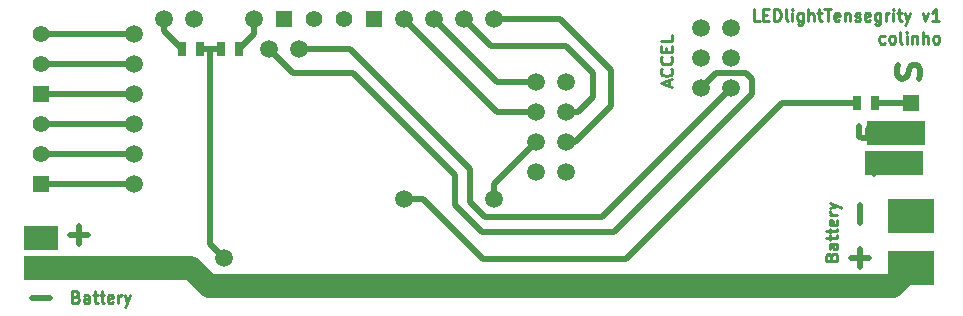
<source format=gtl>
G04 (created by PCBNEW (2013-07-07 BZR 4022)-stable) date 9/2/2014 10:05:09 AM*
%MOIN*%
G04 Gerber Fmt 3.4, Leading zero omitted, Abs format*
%FSLAX34Y34*%
G01*
G70*
G90*
G04 APERTURE LIST*
%ADD10C,0.00590551*%
%ADD11C,0.00984252*%
%ADD12C,0.019685*%
%ADD13R,0.025X0.045*%
%ADD14R,0.055X0.055*%
%ADD15C,0.055*%
%ADD16R,0.19685X0.0787402*%
%ADD17C,0.0590551*%
%ADD18R,0.11811X0.0787402*%
%ADD19R,0.15748X0.11811*%
%ADD20C,0.0787402*%
G04 APERTURE END LIST*
G54D10*
G54D11*
X30446Y-11724D02*
X30446Y-11537D01*
X30559Y-11762D02*
X30165Y-11631D01*
X30559Y-11499D01*
X30521Y-11143D02*
X30540Y-11162D01*
X30559Y-11218D01*
X30559Y-11256D01*
X30540Y-11312D01*
X30503Y-11349D01*
X30465Y-11368D01*
X30390Y-11387D01*
X30334Y-11387D01*
X30259Y-11368D01*
X30221Y-11349D01*
X30184Y-11312D01*
X30165Y-11256D01*
X30165Y-11218D01*
X30184Y-11162D01*
X30203Y-11143D01*
X30521Y-10750D02*
X30540Y-10768D01*
X30559Y-10825D01*
X30559Y-10862D01*
X30540Y-10918D01*
X30503Y-10956D01*
X30465Y-10974D01*
X30390Y-10993D01*
X30334Y-10993D01*
X30259Y-10974D01*
X30221Y-10956D01*
X30184Y-10918D01*
X30165Y-10862D01*
X30165Y-10825D01*
X30184Y-10768D01*
X30203Y-10750D01*
X30353Y-10581D02*
X30353Y-10450D01*
X30559Y-10393D02*
X30559Y-10581D01*
X30165Y-10581D01*
X30165Y-10393D01*
X30559Y-10037D02*
X30559Y-10225D01*
X30165Y-10225D01*
X10684Y-18753D02*
X10740Y-18771D01*
X10759Y-18790D01*
X10778Y-18828D01*
X10778Y-18884D01*
X10759Y-18921D01*
X10740Y-18940D01*
X10703Y-18959D01*
X10553Y-18959D01*
X10553Y-18565D01*
X10684Y-18565D01*
X10721Y-18584D01*
X10740Y-18603D01*
X10759Y-18640D01*
X10759Y-18678D01*
X10740Y-18715D01*
X10721Y-18734D01*
X10684Y-18753D01*
X10553Y-18753D01*
X11115Y-18959D02*
X11115Y-18753D01*
X11096Y-18715D01*
X11059Y-18696D01*
X10984Y-18696D01*
X10946Y-18715D01*
X11115Y-18940D02*
X11078Y-18959D01*
X10984Y-18959D01*
X10946Y-18940D01*
X10928Y-18903D01*
X10928Y-18865D01*
X10946Y-18828D01*
X10984Y-18809D01*
X11078Y-18809D01*
X11115Y-18790D01*
X11246Y-18696D02*
X11396Y-18696D01*
X11303Y-18565D02*
X11303Y-18903D01*
X11321Y-18940D01*
X11359Y-18959D01*
X11396Y-18959D01*
X11471Y-18696D02*
X11621Y-18696D01*
X11528Y-18565D02*
X11528Y-18903D01*
X11546Y-18940D01*
X11584Y-18959D01*
X11621Y-18959D01*
X11903Y-18940D02*
X11865Y-18959D01*
X11790Y-18959D01*
X11753Y-18940D01*
X11734Y-18903D01*
X11734Y-18753D01*
X11753Y-18715D01*
X11790Y-18696D01*
X11865Y-18696D01*
X11903Y-18715D01*
X11921Y-18753D01*
X11921Y-18790D01*
X11734Y-18828D01*
X12090Y-18959D02*
X12090Y-18696D01*
X12090Y-18771D02*
X12109Y-18734D01*
X12128Y-18715D01*
X12165Y-18696D01*
X12203Y-18696D01*
X12296Y-18696D02*
X12390Y-18959D01*
X12484Y-18696D02*
X12390Y-18959D01*
X12353Y-19053D01*
X12334Y-19071D01*
X12296Y-19090D01*
X37634Y-10290D02*
X37596Y-10309D01*
X37521Y-10309D01*
X37484Y-10290D01*
X37465Y-10271D01*
X37447Y-10234D01*
X37447Y-10121D01*
X37465Y-10084D01*
X37484Y-10065D01*
X37521Y-10046D01*
X37596Y-10046D01*
X37634Y-10065D01*
X37859Y-10309D02*
X37821Y-10290D01*
X37803Y-10271D01*
X37784Y-10234D01*
X37784Y-10121D01*
X37803Y-10084D01*
X37821Y-10065D01*
X37859Y-10046D01*
X37915Y-10046D01*
X37953Y-10065D01*
X37971Y-10084D01*
X37990Y-10121D01*
X37990Y-10234D01*
X37971Y-10271D01*
X37953Y-10290D01*
X37915Y-10309D01*
X37859Y-10309D01*
X38215Y-10309D02*
X38178Y-10290D01*
X38159Y-10253D01*
X38159Y-9915D01*
X38365Y-10309D02*
X38365Y-10046D01*
X38365Y-9915D02*
X38346Y-9934D01*
X38365Y-9953D01*
X38384Y-9934D01*
X38365Y-9915D01*
X38365Y-9953D01*
X38553Y-10046D02*
X38553Y-10309D01*
X38553Y-10084D02*
X38571Y-10065D01*
X38609Y-10046D01*
X38665Y-10046D01*
X38703Y-10065D01*
X38721Y-10103D01*
X38721Y-10309D01*
X38909Y-10309D02*
X38909Y-9915D01*
X39078Y-10309D02*
X39078Y-10103D01*
X39059Y-10065D01*
X39021Y-10046D01*
X38965Y-10046D01*
X38928Y-10065D01*
X38909Y-10084D01*
X39321Y-10309D02*
X39284Y-10290D01*
X39265Y-10271D01*
X39246Y-10234D01*
X39246Y-10121D01*
X39265Y-10084D01*
X39284Y-10065D01*
X39321Y-10046D01*
X39378Y-10046D01*
X39415Y-10065D01*
X39434Y-10084D01*
X39453Y-10121D01*
X39453Y-10234D01*
X39434Y-10271D01*
X39415Y-10290D01*
X39378Y-10309D01*
X39321Y-10309D01*
X33462Y-9559D02*
X33275Y-9559D01*
X33275Y-9165D01*
X33594Y-9353D02*
X33725Y-9353D01*
X33781Y-9559D02*
X33594Y-9559D01*
X33594Y-9165D01*
X33781Y-9165D01*
X33950Y-9559D02*
X33950Y-9165D01*
X34044Y-9165D01*
X34100Y-9184D01*
X34137Y-9221D01*
X34156Y-9259D01*
X34175Y-9334D01*
X34175Y-9390D01*
X34156Y-9465D01*
X34137Y-9503D01*
X34100Y-9540D01*
X34044Y-9559D01*
X33950Y-9559D01*
X34400Y-9559D02*
X34362Y-9540D01*
X34344Y-9503D01*
X34344Y-9165D01*
X34550Y-9559D02*
X34550Y-9296D01*
X34550Y-9165D02*
X34531Y-9184D01*
X34550Y-9203D01*
X34568Y-9184D01*
X34550Y-9165D01*
X34550Y-9203D01*
X34906Y-9296D02*
X34906Y-9615D01*
X34887Y-9653D01*
X34868Y-9671D01*
X34831Y-9690D01*
X34775Y-9690D01*
X34737Y-9671D01*
X34906Y-9540D02*
X34868Y-9559D01*
X34793Y-9559D01*
X34756Y-9540D01*
X34737Y-9521D01*
X34718Y-9484D01*
X34718Y-9371D01*
X34737Y-9334D01*
X34756Y-9315D01*
X34793Y-9296D01*
X34868Y-9296D01*
X34906Y-9315D01*
X35093Y-9559D02*
X35093Y-9165D01*
X35262Y-9559D02*
X35262Y-9353D01*
X35243Y-9315D01*
X35206Y-9296D01*
X35150Y-9296D01*
X35112Y-9315D01*
X35093Y-9334D01*
X35393Y-9296D02*
X35543Y-9296D01*
X35450Y-9165D02*
X35450Y-9503D01*
X35468Y-9540D01*
X35506Y-9559D01*
X35543Y-9559D01*
X35618Y-9165D02*
X35843Y-9165D01*
X35731Y-9559D02*
X35731Y-9165D01*
X36125Y-9540D02*
X36087Y-9559D01*
X36012Y-9559D01*
X35975Y-9540D01*
X35956Y-9503D01*
X35956Y-9353D01*
X35975Y-9315D01*
X36012Y-9296D01*
X36087Y-9296D01*
X36125Y-9315D01*
X36143Y-9353D01*
X36143Y-9390D01*
X35956Y-9428D01*
X36312Y-9296D02*
X36312Y-9559D01*
X36312Y-9334D02*
X36331Y-9315D01*
X36368Y-9296D01*
X36424Y-9296D01*
X36462Y-9315D01*
X36481Y-9353D01*
X36481Y-9559D01*
X36649Y-9540D02*
X36687Y-9559D01*
X36762Y-9559D01*
X36799Y-9540D01*
X36818Y-9503D01*
X36818Y-9484D01*
X36799Y-9446D01*
X36762Y-9428D01*
X36706Y-9428D01*
X36668Y-9409D01*
X36649Y-9371D01*
X36649Y-9353D01*
X36668Y-9315D01*
X36706Y-9296D01*
X36762Y-9296D01*
X36799Y-9315D01*
X37137Y-9540D02*
X37099Y-9559D01*
X37024Y-9559D01*
X36987Y-9540D01*
X36968Y-9503D01*
X36968Y-9353D01*
X36987Y-9315D01*
X37024Y-9296D01*
X37099Y-9296D01*
X37137Y-9315D01*
X37156Y-9353D01*
X37156Y-9390D01*
X36968Y-9428D01*
X37493Y-9296D02*
X37493Y-9615D01*
X37474Y-9653D01*
X37456Y-9671D01*
X37418Y-9690D01*
X37362Y-9690D01*
X37324Y-9671D01*
X37493Y-9540D02*
X37456Y-9559D01*
X37381Y-9559D01*
X37343Y-9540D01*
X37324Y-9521D01*
X37306Y-9484D01*
X37306Y-9371D01*
X37324Y-9334D01*
X37343Y-9315D01*
X37381Y-9296D01*
X37456Y-9296D01*
X37493Y-9315D01*
X37681Y-9559D02*
X37681Y-9296D01*
X37681Y-9371D02*
X37699Y-9334D01*
X37718Y-9315D01*
X37756Y-9296D01*
X37793Y-9296D01*
X37924Y-9559D02*
X37924Y-9296D01*
X37924Y-9165D02*
X37906Y-9184D01*
X37924Y-9203D01*
X37943Y-9184D01*
X37924Y-9165D01*
X37924Y-9203D01*
X38056Y-9296D02*
X38206Y-9296D01*
X38112Y-9165D02*
X38112Y-9503D01*
X38131Y-9540D01*
X38168Y-9559D01*
X38206Y-9559D01*
X38299Y-9296D02*
X38393Y-9559D01*
X38487Y-9296D02*
X38393Y-9559D01*
X38355Y-9653D01*
X38337Y-9671D01*
X38299Y-9690D01*
X38899Y-9296D02*
X38993Y-9559D01*
X39087Y-9296D01*
X39443Y-9559D02*
X39218Y-9559D01*
X39330Y-9559D02*
X39330Y-9165D01*
X39293Y-9221D01*
X39255Y-9259D01*
X39218Y-9278D01*
G54D12*
X9799Y-18781D02*
X9200Y-18781D01*
X10768Y-16999D02*
X10768Y-16400D01*
X11068Y-16700D02*
X10468Y-16700D01*
G54D11*
X35853Y-17415D02*
X35871Y-17359D01*
X35890Y-17340D01*
X35928Y-17321D01*
X35984Y-17321D01*
X36021Y-17340D01*
X36040Y-17359D01*
X36059Y-17396D01*
X36059Y-17546D01*
X35665Y-17546D01*
X35665Y-17415D01*
X35684Y-17378D01*
X35703Y-17359D01*
X35740Y-17340D01*
X35778Y-17340D01*
X35815Y-17359D01*
X35834Y-17378D01*
X35853Y-17415D01*
X35853Y-17546D01*
X36059Y-16984D02*
X35853Y-16984D01*
X35815Y-17003D01*
X35796Y-17040D01*
X35796Y-17115D01*
X35815Y-17153D01*
X36040Y-16984D02*
X36059Y-17021D01*
X36059Y-17115D01*
X36040Y-17153D01*
X36003Y-17171D01*
X35965Y-17171D01*
X35928Y-17153D01*
X35909Y-17115D01*
X35909Y-17021D01*
X35890Y-16984D01*
X35796Y-16853D02*
X35796Y-16703D01*
X35665Y-16796D02*
X36003Y-16796D01*
X36040Y-16778D01*
X36059Y-16740D01*
X36059Y-16703D01*
X35796Y-16628D02*
X35796Y-16478D01*
X35665Y-16571D02*
X36003Y-16571D01*
X36040Y-16553D01*
X36059Y-16515D01*
X36059Y-16478D01*
X36040Y-16196D02*
X36059Y-16234D01*
X36059Y-16309D01*
X36040Y-16346D01*
X36003Y-16365D01*
X35853Y-16365D01*
X35815Y-16346D01*
X35796Y-16309D01*
X35796Y-16234D01*
X35815Y-16196D01*
X35853Y-16178D01*
X35890Y-16178D01*
X35928Y-16365D01*
X36059Y-16009D02*
X35796Y-16009D01*
X35871Y-16009D02*
X35834Y-15990D01*
X35815Y-15971D01*
X35796Y-15934D01*
X35796Y-15896D01*
X35796Y-15803D02*
X36059Y-15709D01*
X35796Y-15615D02*
X36059Y-15709D01*
X36153Y-15746D01*
X36171Y-15765D01*
X36190Y-15803D01*
G54D12*
X37268Y-14649D02*
X37268Y-14050D01*
X36818Y-17749D02*
X36818Y-17150D01*
X37118Y-17450D02*
X36518Y-17450D01*
X36818Y-16299D02*
X36818Y-15700D01*
X36781Y-13062D02*
X36781Y-13437D01*
X37156Y-13474D01*
X37118Y-13437D01*
X37081Y-13362D01*
X37081Y-13175D01*
X37118Y-13100D01*
X37156Y-13062D01*
X37231Y-13025D01*
X37418Y-13025D01*
X37493Y-13062D01*
X37531Y-13100D01*
X37568Y-13175D01*
X37568Y-13362D01*
X37531Y-13437D01*
X37493Y-13474D01*
X38781Y-11474D02*
X38818Y-11362D01*
X38818Y-11175D01*
X38781Y-11100D01*
X38743Y-11062D01*
X38668Y-11025D01*
X38593Y-11025D01*
X38518Y-11062D01*
X38481Y-11100D01*
X38443Y-11175D01*
X38406Y-11324D01*
X38368Y-11399D01*
X38331Y-11437D01*
X38256Y-11474D01*
X38181Y-11474D01*
X38106Y-11437D01*
X38068Y-11399D01*
X38031Y-11324D01*
X38031Y-11137D01*
X38068Y-11025D01*
G54D13*
X36700Y-12300D03*
X37300Y-12300D03*
X15500Y-10500D03*
X16100Y-10500D03*
X14800Y-10500D03*
X14200Y-10500D03*
G54D14*
X9500Y-12000D03*
G54D15*
X9500Y-11000D03*
X9500Y-10000D03*
G54D14*
X9500Y-15000D03*
G54D15*
X9500Y-14000D03*
X9500Y-13000D03*
G54D14*
X38500Y-12300D03*
G54D16*
X38000Y-13300D03*
X37950Y-14300D03*
G54D14*
X17600Y-9500D03*
G54D15*
X18600Y-9500D03*
G54D14*
X20600Y-9500D03*
G54D15*
X19600Y-9500D03*
G54D17*
X31500Y-9800D03*
X32500Y-9800D03*
X31500Y-10800D03*
X32500Y-10800D03*
X31500Y-11800D03*
X32500Y-11800D03*
X26000Y-14600D03*
X27000Y-14600D03*
X26000Y-13600D03*
X27000Y-13600D03*
X26000Y-12600D03*
X27000Y-12600D03*
X26000Y-11600D03*
X27000Y-11600D03*
G54D18*
X9500Y-17800D03*
X9500Y-16800D03*
G54D17*
X21600Y-15500D03*
X24600Y-15500D03*
X24600Y-9500D03*
X23600Y-9500D03*
X22600Y-9500D03*
X21600Y-9500D03*
X18100Y-10500D03*
X17100Y-10500D03*
X16600Y-9500D03*
X14600Y-9500D03*
X13600Y-9500D03*
X12600Y-10000D03*
X12600Y-11000D03*
X12600Y-12000D03*
X12600Y-13000D03*
X12600Y-14000D03*
X12600Y-15000D03*
G54D19*
X38500Y-16050D03*
X38500Y-17800D03*
G54D17*
X15600Y-17450D03*
G54D12*
X15150Y-10500D02*
X15150Y-17000D01*
X15150Y-17000D02*
X15600Y-17450D01*
X14800Y-10500D02*
X15150Y-10500D01*
X15150Y-10500D02*
X15100Y-10500D01*
X15100Y-10500D02*
X15500Y-10500D01*
X26000Y-13600D02*
X24600Y-15000D01*
X24600Y-15000D02*
X24600Y-15500D01*
X24600Y-9500D02*
X26800Y-9500D01*
X26800Y-9500D02*
X27500Y-10200D01*
X27300Y-13600D02*
X27000Y-13600D01*
X28500Y-12400D02*
X27300Y-13600D01*
X28500Y-11200D02*
X28500Y-12400D01*
X27400Y-10100D02*
X27500Y-10200D01*
X27500Y-10200D02*
X28500Y-11200D01*
X37300Y-12300D02*
X38500Y-12300D01*
X26000Y-11600D02*
X24700Y-11600D01*
X24700Y-11600D02*
X22600Y-9500D01*
X23600Y-9500D02*
X24500Y-10400D01*
X27400Y-10800D02*
X27900Y-11300D01*
X27900Y-11300D02*
X27900Y-12100D01*
X27900Y-12100D02*
X27400Y-12600D01*
X27400Y-12600D02*
X27000Y-12600D01*
X27000Y-10400D02*
X27400Y-10800D01*
X24500Y-10400D02*
X27000Y-10400D01*
X21600Y-9500D02*
X24400Y-12300D01*
X24700Y-12600D02*
X26000Y-12600D01*
X24400Y-12300D02*
X24700Y-12600D01*
X31500Y-11800D02*
X32000Y-11300D01*
X17900Y-11300D02*
X17100Y-10500D01*
X19900Y-11300D02*
X17900Y-11300D01*
X23300Y-14700D02*
X19900Y-11300D01*
X23300Y-15700D02*
X23300Y-14700D01*
X24200Y-16600D02*
X23300Y-15700D01*
X28600Y-16600D02*
X24200Y-16600D01*
X33200Y-12000D02*
X28600Y-16600D01*
X33200Y-11500D02*
X33200Y-12000D01*
X33000Y-11300D02*
X33200Y-11500D01*
X32000Y-11300D02*
X33000Y-11300D01*
X32500Y-11800D02*
X28800Y-15500D01*
X19800Y-10500D02*
X18100Y-10500D01*
X23800Y-14500D02*
X19800Y-10500D01*
X23800Y-15600D02*
X23800Y-14500D01*
X24300Y-16100D02*
X23800Y-15600D01*
X28200Y-16100D02*
X24300Y-16100D01*
X28800Y-15500D02*
X28200Y-16100D01*
X9500Y-12000D02*
X12600Y-12000D01*
X9500Y-13000D02*
X12600Y-13000D01*
X9500Y-14000D02*
X12600Y-14000D01*
X9500Y-15000D02*
X12600Y-15000D01*
X16600Y-9500D02*
X16600Y-10000D01*
X16600Y-10000D02*
X16100Y-10500D01*
X13600Y-9500D02*
X13600Y-9900D01*
X13600Y-9900D02*
X14200Y-10500D01*
X9500Y-10000D02*
X12600Y-10000D01*
X9500Y-11000D02*
X12600Y-11000D01*
X21600Y-15500D02*
X22250Y-15500D01*
X29000Y-17500D02*
X34200Y-12300D01*
X34200Y-12300D02*
X36700Y-12300D01*
X24250Y-17500D02*
X29000Y-17500D01*
X22250Y-15500D02*
X24250Y-17500D01*
G54D20*
X9500Y-17800D02*
X14500Y-17800D01*
X37900Y-18400D02*
X38500Y-17800D01*
X15100Y-18400D02*
X37900Y-18400D01*
X14500Y-17800D02*
X15100Y-18400D01*
M02*

</source>
